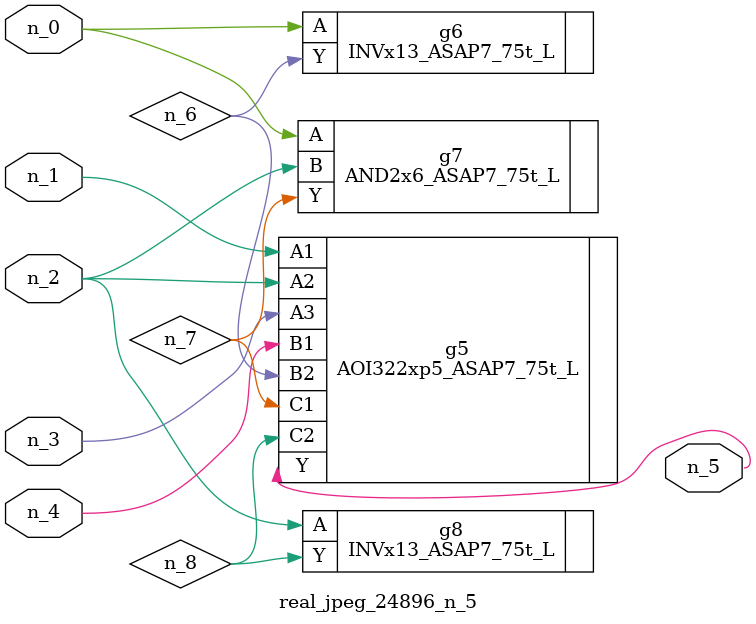
<source format=v>
module real_jpeg_24896_n_5 (n_4, n_0, n_1, n_2, n_3, n_5);

input n_4;
input n_0;
input n_1;
input n_2;
input n_3;

output n_5;

wire n_8;
wire n_6;
wire n_7;

INVx13_ASAP7_75t_L g6 ( 
.A(n_0),
.Y(n_6)
);

AND2x6_ASAP7_75t_L g7 ( 
.A(n_0),
.B(n_2),
.Y(n_7)
);

AOI322xp5_ASAP7_75t_L g5 ( 
.A1(n_1),
.A2(n_2),
.A3(n_3),
.B1(n_4),
.B2(n_6),
.C1(n_7),
.C2(n_8),
.Y(n_5)
);

INVx13_ASAP7_75t_L g8 ( 
.A(n_2),
.Y(n_8)
);


endmodule
</source>
